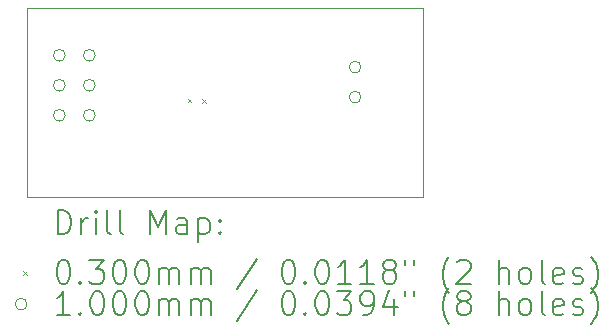
<source format=gbr>
%TF.GenerationSoftware,KiCad,Pcbnew,8.0.1*%
%TF.CreationDate,2024-04-28T15:44:31+08:00*%
%TF.ProjectId,at4pi5,61743470-6935-42e6-9b69-6361645f7063,rev?*%
%TF.SameCoordinates,Original*%
%TF.FileFunction,Drillmap*%
%TF.FilePolarity,Positive*%
%FSLAX45Y45*%
G04 Gerber Fmt 4.5, Leading zero omitted, Abs format (unit mm)*
G04 Created by KiCad (PCBNEW 8.0.1) date 2024-04-28 15:44:31*
%MOMM*%
%LPD*%
G01*
G04 APERTURE LIST*
%ADD10C,0.050000*%
%ADD11C,0.200000*%
%ADD12C,0.100000*%
G04 APERTURE END LIST*
D10*
X14625000Y-9300000D02*
X17975000Y-9300000D01*
X17975000Y-10900000D01*
X14625000Y-10900000D01*
X14625000Y-9300000D01*
D11*
D12*
X15983327Y-10068468D02*
X16013327Y-10098468D01*
X16013327Y-10068468D02*
X15983327Y-10098468D01*
X16106678Y-10071870D02*
X16136678Y-10101870D01*
X16136678Y-10071870D02*
X16106678Y-10101870D01*
X14946000Y-9700000D02*
G75*
G02*
X14846000Y-9700000I-50000J0D01*
G01*
X14846000Y-9700000D02*
G75*
G02*
X14946000Y-9700000I50000J0D01*
G01*
X14946000Y-9954000D02*
G75*
G02*
X14846000Y-9954000I-50000J0D01*
G01*
X14846000Y-9954000D02*
G75*
G02*
X14946000Y-9954000I50000J0D01*
G01*
X14946000Y-10208000D02*
G75*
G02*
X14846000Y-10208000I-50000J0D01*
G01*
X14846000Y-10208000D02*
G75*
G02*
X14946000Y-10208000I50000J0D01*
G01*
X15200000Y-9700000D02*
G75*
G02*
X15100000Y-9700000I-50000J0D01*
G01*
X15100000Y-9700000D02*
G75*
G02*
X15200000Y-9700000I50000J0D01*
G01*
X15200000Y-9954000D02*
G75*
G02*
X15100000Y-9954000I-50000J0D01*
G01*
X15100000Y-9954000D02*
G75*
G02*
X15200000Y-9954000I50000J0D01*
G01*
X15200000Y-10208000D02*
G75*
G02*
X15100000Y-10208000I-50000J0D01*
G01*
X15100000Y-10208000D02*
G75*
G02*
X15200000Y-10208000I50000J0D01*
G01*
X17450000Y-9800000D02*
G75*
G02*
X17350000Y-9800000I-50000J0D01*
G01*
X17350000Y-9800000D02*
G75*
G02*
X17450000Y-9800000I50000J0D01*
G01*
X17450000Y-10054000D02*
G75*
G02*
X17350000Y-10054000I-50000J0D01*
G01*
X17350000Y-10054000D02*
G75*
G02*
X17450000Y-10054000I50000J0D01*
G01*
D11*
X14883277Y-11213984D02*
X14883277Y-11013984D01*
X14883277Y-11013984D02*
X14930896Y-11013984D01*
X14930896Y-11013984D02*
X14959467Y-11023508D01*
X14959467Y-11023508D02*
X14978515Y-11042555D01*
X14978515Y-11042555D02*
X14988039Y-11061603D01*
X14988039Y-11061603D02*
X14997562Y-11099698D01*
X14997562Y-11099698D02*
X14997562Y-11128270D01*
X14997562Y-11128270D02*
X14988039Y-11166365D01*
X14988039Y-11166365D02*
X14978515Y-11185412D01*
X14978515Y-11185412D02*
X14959467Y-11204460D01*
X14959467Y-11204460D02*
X14930896Y-11213984D01*
X14930896Y-11213984D02*
X14883277Y-11213984D01*
X15083277Y-11213984D02*
X15083277Y-11080650D01*
X15083277Y-11118746D02*
X15092801Y-11099698D01*
X15092801Y-11099698D02*
X15102324Y-11090174D01*
X15102324Y-11090174D02*
X15121372Y-11080650D01*
X15121372Y-11080650D02*
X15140420Y-11080650D01*
X15207086Y-11213984D02*
X15207086Y-11080650D01*
X15207086Y-11013984D02*
X15197562Y-11023508D01*
X15197562Y-11023508D02*
X15207086Y-11033031D01*
X15207086Y-11033031D02*
X15216610Y-11023508D01*
X15216610Y-11023508D02*
X15207086Y-11013984D01*
X15207086Y-11013984D02*
X15207086Y-11033031D01*
X15330896Y-11213984D02*
X15311848Y-11204460D01*
X15311848Y-11204460D02*
X15302324Y-11185412D01*
X15302324Y-11185412D02*
X15302324Y-11013984D01*
X15435658Y-11213984D02*
X15416610Y-11204460D01*
X15416610Y-11204460D02*
X15407086Y-11185412D01*
X15407086Y-11185412D02*
X15407086Y-11013984D01*
X15664229Y-11213984D02*
X15664229Y-11013984D01*
X15664229Y-11013984D02*
X15730896Y-11156841D01*
X15730896Y-11156841D02*
X15797562Y-11013984D01*
X15797562Y-11013984D02*
X15797562Y-11213984D01*
X15978515Y-11213984D02*
X15978515Y-11109222D01*
X15978515Y-11109222D02*
X15968991Y-11090174D01*
X15968991Y-11090174D02*
X15949943Y-11080650D01*
X15949943Y-11080650D02*
X15911848Y-11080650D01*
X15911848Y-11080650D02*
X15892801Y-11090174D01*
X15978515Y-11204460D02*
X15959467Y-11213984D01*
X15959467Y-11213984D02*
X15911848Y-11213984D01*
X15911848Y-11213984D02*
X15892801Y-11204460D01*
X15892801Y-11204460D02*
X15883277Y-11185412D01*
X15883277Y-11185412D02*
X15883277Y-11166365D01*
X15883277Y-11166365D02*
X15892801Y-11147317D01*
X15892801Y-11147317D02*
X15911848Y-11137793D01*
X15911848Y-11137793D02*
X15959467Y-11137793D01*
X15959467Y-11137793D02*
X15978515Y-11128270D01*
X16073753Y-11080650D02*
X16073753Y-11280650D01*
X16073753Y-11090174D02*
X16092801Y-11080650D01*
X16092801Y-11080650D02*
X16130896Y-11080650D01*
X16130896Y-11080650D02*
X16149943Y-11090174D01*
X16149943Y-11090174D02*
X16159467Y-11099698D01*
X16159467Y-11099698D02*
X16168991Y-11118746D01*
X16168991Y-11118746D02*
X16168991Y-11175889D01*
X16168991Y-11175889D02*
X16159467Y-11194936D01*
X16159467Y-11194936D02*
X16149943Y-11204460D01*
X16149943Y-11204460D02*
X16130896Y-11213984D01*
X16130896Y-11213984D02*
X16092801Y-11213984D01*
X16092801Y-11213984D02*
X16073753Y-11204460D01*
X16254705Y-11194936D02*
X16264229Y-11204460D01*
X16264229Y-11204460D02*
X16254705Y-11213984D01*
X16254705Y-11213984D02*
X16245182Y-11204460D01*
X16245182Y-11204460D02*
X16254705Y-11194936D01*
X16254705Y-11194936D02*
X16254705Y-11213984D01*
X16254705Y-11090174D02*
X16264229Y-11099698D01*
X16264229Y-11099698D02*
X16254705Y-11109222D01*
X16254705Y-11109222D02*
X16245182Y-11099698D01*
X16245182Y-11099698D02*
X16254705Y-11090174D01*
X16254705Y-11090174D02*
X16254705Y-11109222D01*
D12*
X14592500Y-11527500D02*
X14622500Y-11557500D01*
X14622500Y-11527500D02*
X14592500Y-11557500D01*
D11*
X14921372Y-11433984D02*
X14940420Y-11433984D01*
X14940420Y-11433984D02*
X14959467Y-11443508D01*
X14959467Y-11443508D02*
X14968991Y-11453031D01*
X14968991Y-11453031D02*
X14978515Y-11472079D01*
X14978515Y-11472079D02*
X14988039Y-11510174D01*
X14988039Y-11510174D02*
X14988039Y-11557793D01*
X14988039Y-11557793D02*
X14978515Y-11595888D01*
X14978515Y-11595888D02*
X14968991Y-11614936D01*
X14968991Y-11614936D02*
X14959467Y-11624460D01*
X14959467Y-11624460D02*
X14940420Y-11633984D01*
X14940420Y-11633984D02*
X14921372Y-11633984D01*
X14921372Y-11633984D02*
X14902324Y-11624460D01*
X14902324Y-11624460D02*
X14892801Y-11614936D01*
X14892801Y-11614936D02*
X14883277Y-11595888D01*
X14883277Y-11595888D02*
X14873753Y-11557793D01*
X14873753Y-11557793D02*
X14873753Y-11510174D01*
X14873753Y-11510174D02*
X14883277Y-11472079D01*
X14883277Y-11472079D02*
X14892801Y-11453031D01*
X14892801Y-11453031D02*
X14902324Y-11443508D01*
X14902324Y-11443508D02*
X14921372Y-11433984D01*
X15073753Y-11614936D02*
X15083277Y-11624460D01*
X15083277Y-11624460D02*
X15073753Y-11633984D01*
X15073753Y-11633984D02*
X15064229Y-11624460D01*
X15064229Y-11624460D02*
X15073753Y-11614936D01*
X15073753Y-11614936D02*
X15073753Y-11633984D01*
X15149943Y-11433984D02*
X15273753Y-11433984D01*
X15273753Y-11433984D02*
X15207086Y-11510174D01*
X15207086Y-11510174D02*
X15235658Y-11510174D01*
X15235658Y-11510174D02*
X15254705Y-11519698D01*
X15254705Y-11519698D02*
X15264229Y-11529222D01*
X15264229Y-11529222D02*
X15273753Y-11548269D01*
X15273753Y-11548269D02*
X15273753Y-11595888D01*
X15273753Y-11595888D02*
X15264229Y-11614936D01*
X15264229Y-11614936D02*
X15254705Y-11624460D01*
X15254705Y-11624460D02*
X15235658Y-11633984D01*
X15235658Y-11633984D02*
X15178515Y-11633984D01*
X15178515Y-11633984D02*
X15159467Y-11624460D01*
X15159467Y-11624460D02*
X15149943Y-11614936D01*
X15397562Y-11433984D02*
X15416610Y-11433984D01*
X15416610Y-11433984D02*
X15435658Y-11443508D01*
X15435658Y-11443508D02*
X15445182Y-11453031D01*
X15445182Y-11453031D02*
X15454705Y-11472079D01*
X15454705Y-11472079D02*
X15464229Y-11510174D01*
X15464229Y-11510174D02*
X15464229Y-11557793D01*
X15464229Y-11557793D02*
X15454705Y-11595888D01*
X15454705Y-11595888D02*
X15445182Y-11614936D01*
X15445182Y-11614936D02*
X15435658Y-11624460D01*
X15435658Y-11624460D02*
X15416610Y-11633984D01*
X15416610Y-11633984D02*
X15397562Y-11633984D01*
X15397562Y-11633984D02*
X15378515Y-11624460D01*
X15378515Y-11624460D02*
X15368991Y-11614936D01*
X15368991Y-11614936D02*
X15359467Y-11595888D01*
X15359467Y-11595888D02*
X15349943Y-11557793D01*
X15349943Y-11557793D02*
X15349943Y-11510174D01*
X15349943Y-11510174D02*
X15359467Y-11472079D01*
X15359467Y-11472079D02*
X15368991Y-11453031D01*
X15368991Y-11453031D02*
X15378515Y-11443508D01*
X15378515Y-11443508D02*
X15397562Y-11433984D01*
X15588039Y-11433984D02*
X15607086Y-11433984D01*
X15607086Y-11433984D02*
X15626134Y-11443508D01*
X15626134Y-11443508D02*
X15635658Y-11453031D01*
X15635658Y-11453031D02*
X15645182Y-11472079D01*
X15645182Y-11472079D02*
X15654705Y-11510174D01*
X15654705Y-11510174D02*
X15654705Y-11557793D01*
X15654705Y-11557793D02*
X15645182Y-11595888D01*
X15645182Y-11595888D02*
X15635658Y-11614936D01*
X15635658Y-11614936D02*
X15626134Y-11624460D01*
X15626134Y-11624460D02*
X15607086Y-11633984D01*
X15607086Y-11633984D02*
X15588039Y-11633984D01*
X15588039Y-11633984D02*
X15568991Y-11624460D01*
X15568991Y-11624460D02*
X15559467Y-11614936D01*
X15559467Y-11614936D02*
X15549943Y-11595888D01*
X15549943Y-11595888D02*
X15540420Y-11557793D01*
X15540420Y-11557793D02*
X15540420Y-11510174D01*
X15540420Y-11510174D02*
X15549943Y-11472079D01*
X15549943Y-11472079D02*
X15559467Y-11453031D01*
X15559467Y-11453031D02*
X15568991Y-11443508D01*
X15568991Y-11443508D02*
X15588039Y-11433984D01*
X15740420Y-11633984D02*
X15740420Y-11500650D01*
X15740420Y-11519698D02*
X15749943Y-11510174D01*
X15749943Y-11510174D02*
X15768991Y-11500650D01*
X15768991Y-11500650D02*
X15797563Y-11500650D01*
X15797563Y-11500650D02*
X15816610Y-11510174D01*
X15816610Y-11510174D02*
X15826134Y-11529222D01*
X15826134Y-11529222D02*
X15826134Y-11633984D01*
X15826134Y-11529222D02*
X15835658Y-11510174D01*
X15835658Y-11510174D02*
X15854705Y-11500650D01*
X15854705Y-11500650D02*
X15883277Y-11500650D01*
X15883277Y-11500650D02*
X15902324Y-11510174D01*
X15902324Y-11510174D02*
X15911848Y-11529222D01*
X15911848Y-11529222D02*
X15911848Y-11633984D01*
X16007086Y-11633984D02*
X16007086Y-11500650D01*
X16007086Y-11519698D02*
X16016610Y-11510174D01*
X16016610Y-11510174D02*
X16035658Y-11500650D01*
X16035658Y-11500650D02*
X16064229Y-11500650D01*
X16064229Y-11500650D02*
X16083277Y-11510174D01*
X16083277Y-11510174D02*
X16092801Y-11529222D01*
X16092801Y-11529222D02*
X16092801Y-11633984D01*
X16092801Y-11529222D02*
X16102324Y-11510174D01*
X16102324Y-11510174D02*
X16121372Y-11500650D01*
X16121372Y-11500650D02*
X16149943Y-11500650D01*
X16149943Y-11500650D02*
X16168991Y-11510174D01*
X16168991Y-11510174D02*
X16178515Y-11529222D01*
X16178515Y-11529222D02*
X16178515Y-11633984D01*
X16568991Y-11424460D02*
X16397563Y-11681603D01*
X16826134Y-11433984D02*
X16845182Y-11433984D01*
X16845182Y-11433984D02*
X16864229Y-11443508D01*
X16864229Y-11443508D02*
X16873753Y-11453031D01*
X16873753Y-11453031D02*
X16883277Y-11472079D01*
X16883277Y-11472079D02*
X16892801Y-11510174D01*
X16892801Y-11510174D02*
X16892801Y-11557793D01*
X16892801Y-11557793D02*
X16883277Y-11595888D01*
X16883277Y-11595888D02*
X16873753Y-11614936D01*
X16873753Y-11614936D02*
X16864229Y-11624460D01*
X16864229Y-11624460D02*
X16845182Y-11633984D01*
X16845182Y-11633984D02*
X16826134Y-11633984D01*
X16826134Y-11633984D02*
X16807087Y-11624460D01*
X16807087Y-11624460D02*
X16797563Y-11614936D01*
X16797563Y-11614936D02*
X16788039Y-11595888D01*
X16788039Y-11595888D02*
X16778515Y-11557793D01*
X16778515Y-11557793D02*
X16778515Y-11510174D01*
X16778515Y-11510174D02*
X16788039Y-11472079D01*
X16788039Y-11472079D02*
X16797563Y-11453031D01*
X16797563Y-11453031D02*
X16807087Y-11443508D01*
X16807087Y-11443508D02*
X16826134Y-11433984D01*
X16978515Y-11614936D02*
X16988039Y-11624460D01*
X16988039Y-11624460D02*
X16978515Y-11633984D01*
X16978515Y-11633984D02*
X16968991Y-11624460D01*
X16968991Y-11624460D02*
X16978515Y-11614936D01*
X16978515Y-11614936D02*
X16978515Y-11633984D01*
X17111848Y-11433984D02*
X17130896Y-11433984D01*
X17130896Y-11433984D02*
X17149944Y-11443508D01*
X17149944Y-11443508D02*
X17159468Y-11453031D01*
X17159468Y-11453031D02*
X17168991Y-11472079D01*
X17168991Y-11472079D02*
X17178515Y-11510174D01*
X17178515Y-11510174D02*
X17178515Y-11557793D01*
X17178515Y-11557793D02*
X17168991Y-11595888D01*
X17168991Y-11595888D02*
X17159468Y-11614936D01*
X17159468Y-11614936D02*
X17149944Y-11624460D01*
X17149944Y-11624460D02*
X17130896Y-11633984D01*
X17130896Y-11633984D02*
X17111848Y-11633984D01*
X17111848Y-11633984D02*
X17092801Y-11624460D01*
X17092801Y-11624460D02*
X17083277Y-11614936D01*
X17083277Y-11614936D02*
X17073753Y-11595888D01*
X17073753Y-11595888D02*
X17064229Y-11557793D01*
X17064229Y-11557793D02*
X17064229Y-11510174D01*
X17064229Y-11510174D02*
X17073753Y-11472079D01*
X17073753Y-11472079D02*
X17083277Y-11453031D01*
X17083277Y-11453031D02*
X17092801Y-11443508D01*
X17092801Y-11443508D02*
X17111848Y-11433984D01*
X17368991Y-11633984D02*
X17254706Y-11633984D01*
X17311848Y-11633984D02*
X17311848Y-11433984D01*
X17311848Y-11433984D02*
X17292801Y-11462555D01*
X17292801Y-11462555D02*
X17273753Y-11481603D01*
X17273753Y-11481603D02*
X17254706Y-11491127D01*
X17559468Y-11633984D02*
X17445182Y-11633984D01*
X17502325Y-11633984D02*
X17502325Y-11433984D01*
X17502325Y-11433984D02*
X17483277Y-11462555D01*
X17483277Y-11462555D02*
X17464229Y-11481603D01*
X17464229Y-11481603D02*
X17445182Y-11491127D01*
X17673753Y-11519698D02*
X17654706Y-11510174D01*
X17654706Y-11510174D02*
X17645182Y-11500650D01*
X17645182Y-11500650D02*
X17635658Y-11481603D01*
X17635658Y-11481603D02*
X17635658Y-11472079D01*
X17635658Y-11472079D02*
X17645182Y-11453031D01*
X17645182Y-11453031D02*
X17654706Y-11443508D01*
X17654706Y-11443508D02*
X17673753Y-11433984D01*
X17673753Y-11433984D02*
X17711849Y-11433984D01*
X17711849Y-11433984D02*
X17730896Y-11443508D01*
X17730896Y-11443508D02*
X17740420Y-11453031D01*
X17740420Y-11453031D02*
X17749944Y-11472079D01*
X17749944Y-11472079D02*
X17749944Y-11481603D01*
X17749944Y-11481603D02*
X17740420Y-11500650D01*
X17740420Y-11500650D02*
X17730896Y-11510174D01*
X17730896Y-11510174D02*
X17711849Y-11519698D01*
X17711849Y-11519698D02*
X17673753Y-11519698D01*
X17673753Y-11519698D02*
X17654706Y-11529222D01*
X17654706Y-11529222D02*
X17645182Y-11538746D01*
X17645182Y-11538746D02*
X17635658Y-11557793D01*
X17635658Y-11557793D02*
X17635658Y-11595888D01*
X17635658Y-11595888D02*
X17645182Y-11614936D01*
X17645182Y-11614936D02*
X17654706Y-11624460D01*
X17654706Y-11624460D02*
X17673753Y-11633984D01*
X17673753Y-11633984D02*
X17711849Y-11633984D01*
X17711849Y-11633984D02*
X17730896Y-11624460D01*
X17730896Y-11624460D02*
X17740420Y-11614936D01*
X17740420Y-11614936D02*
X17749944Y-11595888D01*
X17749944Y-11595888D02*
X17749944Y-11557793D01*
X17749944Y-11557793D02*
X17740420Y-11538746D01*
X17740420Y-11538746D02*
X17730896Y-11529222D01*
X17730896Y-11529222D02*
X17711849Y-11519698D01*
X17826134Y-11433984D02*
X17826134Y-11472079D01*
X17902325Y-11433984D02*
X17902325Y-11472079D01*
X18197563Y-11710174D02*
X18188039Y-11700650D01*
X18188039Y-11700650D02*
X18168991Y-11672079D01*
X18168991Y-11672079D02*
X18159468Y-11653031D01*
X18159468Y-11653031D02*
X18149944Y-11624460D01*
X18149944Y-11624460D02*
X18140420Y-11576841D01*
X18140420Y-11576841D02*
X18140420Y-11538746D01*
X18140420Y-11538746D02*
X18149944Y-11491127D01*
X18149944Y-11491127D02*
X18159468Y-11462555D01*
X18159468Y-11462555D02*
X18168991Y-11443508D01*
X18168991Y-11443508D02*
X18188039Y-11414936D01*
X18188039Y-11414936D02*
X18197563Y-11405412D01*
X18264230Y-11453031D02*
X18273753Y-11443508D01*
X18273753Y-11443508D02*
X18292801Y-11433984D01*
X18292801Y-11433984D02*
X18340420Y-11433984D01*
X18340420Y-11433984D02*
X18359468Y-11443508D01*
X18359468Y-11443508D02*
X18368991Y-11453031D01*
X18368991Y-11453031D02*
X18378515Y-11472079D01*
X18378515Y-11472079D02*
X18378515Y-11491127D01*
X18378515Y-11491127D02*
X18368991Y-11519698D01*
X18368991Y-11519698D02*
X18254706Y-11633984D01*
X18254706Y-11633984D02*
X18378515Y-11633984D01*
X18616611Y-11633984D02*
X18616611Y-11433984D01*
X18702325Y-11633984D02*
X18702325Y-11529222D01*
X18702325Y-11529222D02*
X18692801Y-11510174D01*
X18692801Y-11510174D02*
X18673753Y-11500650D01*
X18673753Y-11500650D02*
X18645182Y-11500650D01*
X18645182Y-11500650D02*
X18626134Y-11510174D01*
X18626134Y-11510174D02*
X18616611Y-11519698D01*
X18826134Y-11633984D02*
X18807087Y-11624460D01*
X18807087Y-11624460D02*
X18797563Y-11614936D01*
X18797563Y-11614936D02*
X18788039Y-11595888D01*
X18788039Y-11595888D02*
X18788039Y-11538746D01*
X18788039Y-11538746D02*
X18797563Y-11519698D01*
X18797563Y-11519698D02*
X18807087Y-11510174D01*
X18807087Y-11510174D02*
X18826134Y-11500650D01*
X18826134Y-11500650D02*
X18854706Y-11500650D01*
X18854706Y-11500650D02*
X18873753Y-11510174D01*
X18873753Y-11510174D02*
X18883277Y-11519698D01*
X18883277Y-11519698D02*
X18892801Y-11538746D01*
X18892801Y-11538746D02*
X18892801Y-11595888D01*
X18892801Y-11595888D02*
X18883277Y-11614936D01*
X18883277Y-11614936D02*
X18873753Y-11624460D01*
X18873753Y-11624460D02*
X18854706Y-11633984D01*
X18854706Y-11633984D02*
X18826134Y-11633984D01*
X19007087Y-11633984D02*
X18988039Y-11624460D01*
X18988039Y-11624460D02*
X18978515Y-11605412D01*
X18978515Y-11605412D02*
X18978515Y-11433984D01*
X19159468Y-11624460D02*
X19140420Y-11633984D01*
X19140420Y-11633984D02*
X19102325Y-11633984D01*
X19102325Y-11633984D02*
X19083277Y-11624460D01*
X19083277Y-11624460D02*
X19073753Y-11605412D01*
X19073753Y-11605412D02*
X19073753Y-11529222D01*
X19073753Y-11529222D02*
X19083277Y-11510174D01*
X19083277Y-11510174D02*
X19102325Y-11500650D01*
X19102325Y-11500650D02*
X19140420Y-11500650D01*
X19140420Y-11500650D02*
X19159468Y-11510174D01*
X19159468Y-11510174D02*
X19168992Y-11529222D01*
X19168992Y-11529222D02*
X19168992Y-11548269D01*
X19168992Y-11548269D02*
X19073753Y-11567317D01*
X19245182Y-11624460D02*
X19264230Y-11633984D01*
X19264230Y-11633984D02*
X19302325Y-11633984D01*
X19302325Y-11633984D02*
X19321373Y-11624460D01*
X19321373Y-11624460D02*
X19330896Y-11605412D01*
X19330896Y-11605412D02*
X19330896Y-11595888D01*
X19330896Y-11595888D02*
X19321373Y-11576841D01*
X19321373Y-11576841D02*
X19302325Y-11567317D01*
X19302325Y-11567317D02*
X19273753Y-11567317D01*
X19273753Y-11567317D02*
X19254706Y-11557793D01*
X19254706Y-11557793D02*
X19245182Y-11538746D01*
X19245182Y-11538746D02*
X19245182Y-11529222D01*
X19245182Y-11529222D02*
X19254706Y-11510174D01*
X19254706Y-11510174D02*
X19273753Y-11500650D01*
X19273753Y-11500650D02*
X19302325Y-11500650D01*
X19302325Y-11500650D02*
X19321373Y-11510174D01*
X19397563Y-11710174D02*
X19407087Y-11700650D01*
X19407087Y-11700650D02*
X19426134Y-11672079D01*
X19426134Y-11672079D02*
X19435658Y-11653031D01*
X19435658Y-11653031D02*
X19445182Y-11624460D01*
X19445182Y-11624460D02*
X19454706Y-11576841D01*
X19454706Y-11576841D02*
X19454706Y-11538746D01*
X19454706Y-11538746D02*
X19445182Y-11491127D01*
X19445182Y-11491127D02*
X19435658Y-11462555D01*
X19435658Y-11462555D02*
X19426134Y-11443508D01*
X19426134Y-11443508D02*
X19407087Y-11414936D01*
X19407087Y-11414936D02*
X19397563Y-11405412D01*
D12*
X14622500Y-11806500D02*
G75*
G02*
X14522500Y-11806500I-50000J0D01*
G01*
X14522500Y-11806500D02*
G75*
G02*
X14622500Y-11806500I50000J0D01*
G01*
D11*
X14988039Y-11897984D02*
X14873753Y-11897984D01*
X14930896Y-11897984D02*
X14930896Y-11697984D01*
X14930896Y-11697984D02*
X14911848Y-11726555D01*
X14911848Y-11726555D02*
X14892801Y-11745603D01*
X14892801Y-11745603D02*
X14873753Y-11755127D01*
X15073753Y-11878936D02*
X15083277Y-11888460D01*
X15083277Y-11888460D02*
X15073753Y-11897984D01*
X15073753Y-11897984D02*
X15064229Y-11888460D01*
X15064229Y-11888460D02*
X15073753Y-11878936D01*
X15073753Y-11878936D02*
X15073753Y-11897984D01*
X15207086Y-11697984D02*
X15226134Y-11697984D01*
X15226134Y-11697984D02*
X15245182Y-11707508D01*
X15245182Y-11707508D02*
X15254705Y-11717031D01*
X15254705Y-11717031D02*
X15264229Y-11736079D01*
X15264229Y-11736079D02*
X15273753Y-11774174D01*
X15273753Y-11774174D02*
X15273753Y-11821793D01*
X15273753Y-11821793D02*
X15264229Y-11859888D01*
X15264229Y-11859888D02*
X15254705Y-11878936D01*
X15254705Y-11878936D02*
X15245182Y-11888460D01*
X15245182Y-11888460D02*
X15226134Y-11897984D01*
X15226134Y-11897984D02*
X15207086Y-11897984D01*
X15207086Y-11897984D02*
X15188039Y-11888460D01*
X15188039Y-11888460D02*
X15178515Y-11878936D01*
X15178515Y-11878936D02*
X15168991Y-11859888D01*
X15168991Y-11859888D02*
X15159467Y-11821793D01*
X15159467Y-11821793D02*
X15159467Y-11774174D01*
X15159467Y-11774174D02*
X15168991Y-11736079D01*
X15168991Y-11736079D02*
X15178515Y-11717031D01*
X15178515Y-11717031D02*
X15188039Y-11707508D01*
X15188039Y-11707508D02*
X15207086Y-11697984D01*
X15397562Y-11697984D02*
X15416610Y-11697984D01*
X15416610Y-11697984D02*
X15435658Y-11707508D01*
X15435658Y-11707508D02*
X15445182Y-11717031D01*
X15445182Y-11717031D02*
X15454705Y-11736079D01*
X15454705Y-11736079D02*
X15464229Y-11774174D01*
X15464229Y-11774174D02*
X15464229Y-11821793D01*
X15464229Y-11821793D02*
X15454705Y-11859888D01*
X15454705Y-11859888D02*
X15445182Y-11878936D01*
X15445182Y-11878936D02*
X15435658Y-11888460D01*
X15435658Y-11888460D02*
X15416610Y-11897984D01*
X15416610Y-11897984D02*
X15397562Y-11897984D01*
X15397562Y-11897984D02*
X15378515Y-11888460D01*
X15378515Y-11888460D02*
X15368991Y-11878936D01*
X15368991Y-11878936D02*
X15359467Y-11859888D01*
X15359467Y-11859888D02*
X15349943Y-11821793D01*
X15349943Y-11821793D02*
X15349943Y-11774174D01*
X15349943Y-11774174D02*
X15359467Y-11736079D01*
X15359467Y-11736079D02*
X15368991Y-11717031D01*
X15368991Y-11717031D02*
X15378515Y-11707508D01*
X15378515Y-11707508D02*
X15397562Y-11697984D01*
X15588039Y-11697984D02*
X15607086Y-11697984D01*
X15607086Y-11697984D02*
X15626134Y-11707508D01*
X15626134Y-11707508D02*
X15635658Y-11717031D01*
X15635658Y-11717031D02*
X15645182Y-11736079D01*
X15645182Y-11736079D02*
X15654705Y-11774174D01*
X15654705Y-11774174D02*
X15654705Y-11821793D01*
X15654705Y-11821793D02*
X15645182Y-11859888D01*
X15645182Y-11859888D02*
X15635658Y-11878936D01*
X15635658Y-11878936D02*
X15626134Y-11888460D01*
X15626134Y-11888460D02*
X15607086Y-11897984D01*
X15607086Y-11897984D02*
X15588039Y-11897984D01*
X15588039Y-11897984D02*
X15568991Y-11888460D01*
X15568991Y-11888460D02*
X15559467Y-11878936D01*
X15559467Y-11878936D02*
X15549943Y-11859888D01*
X15549943Y-11859888D02*
X15540420Y-11821793D01*
X15540420Y-11821793D02*
X15540420Y-11774174D01*
X15540420Y-11774174D02*
X15549943Y-11736079D01*
X15549943Y-11736079D02*
X15559467Y-11717031D01*
X15559467Y-11717031D02*
X15568991Y-11707508D01*
X15568991Y-11707508D02*
X15588039Y-11697984D01*
X15740420Y-11897984D02*
X15740420Y-11764650D01*
X15740420Y-11783698D02*
X15749943Y-11774174D01*
X15749943Y-11774174D02*
X15768991Y-11764650D01*
X15768991Y-11764650D02*
X15797563Y-11764650D01*
X15797563Y-11764650D02*
X15816610Y-11774174D01*
X15816610Y-11774174D02*
X15826134Y-11793222D01*
X15826134Y-11793222D02*
X15826134Y-11897984D01*
X15826134Y-11793222D02*
X15835658Y-11774174D01*
X15835658Y-11774174D02*
X15854705Y-11764650D01*
X15854705Y-11764650D02*
X15883277Y-11764650D01*
X15883277Y-11764650D02*
X15902324Y-11774174D01*
X15902324Y-11774174D02*
X15911848Y-11793222D01*
X15911848Y-11793222D02*
X15911848Y-11897984D01*
X16007086Y-11897984D02*
X16007086Y-11764650D01*
X16007086Y-11783698D02*
X16016610Y-11774174D01*
X16016610Y-11774174D02*
X16035658Y-11764650D01*
X16035658Y-11764650D02*
X16064229Y-11764650D01*
X16064229Y-11764650D02*
X16083277Y-11774174D01*
X16083277Y-11774174D02*
X16092801Y-11793222D01*
X16092801Y-11793222D02*
X16092801Y-11897984D01*
X16092801Y-11793222D02*
X16102324Y-11774174D01*
X16102324Y-11774174D02*
X16121372Y-11764650D01*
X16121372Y-11764650D02*
X16149943Y-11764650D01*
X16149943Y-11764650D02*
X16168991Y-11774174D01*
X16168991Y-11774174D02*
X16178515Y-11793222D01*
X16178515Y-11793222D02*
X16178515Y-11897984D01*
X16568991Y-11688460D02*
X16397563Y-11945603D01*
X16826134Y-11697984D02*
X16845182Y-11697984D01*
X16845182Y-11697984D02*
X16864229Y-11707508D01*
X16864229Y-11707508D02*
X16873753Y-11717031D01*
X16873753Y-11717031D02*
X16883277Y-11736079D01*
X16883277Y-11736079D02*
X16892801Y-11774174D01*
X16892801Y-11774174D02*
X16892801Y-11821793D01*
X16892801Y-11821793D02*
X16883277Y-11859888D01*
X16883277Y-11859888D02*
X16873753Y-11878936D01*
X16873753Y-11878936D02*
X16864229Y-11888460D01*
X16864229Y-11888460D02*
X16845182Y-11897984D01*
X16845182Y-11897984D02*
X16826134Y-11897984D01*
X16826134Y-11897984D02*
X16807087Y-11888460D01*
X16807087Y-11888460D02*
X16797563Y-11878936D01*
X16797563Y-11878936D02*
X16788039Y-11859888D01*
X16788039Y-11859888D02*
X16778515Y-11821793D01*
X16778515Y-11821793D02*
X16778515Y-11774174D01*
X16778515Y-11774174D02*
X16788039Y-11736079D01*
X16788039Y-11736079D02*
X16797563Y-11717031D01*
X16797563Y-11717031D02*
X16807087Y-11707508D01*
X16807087Y-11707508D02*
X16826134Y-11697984D01*
X16978515Y-11878936D02*
X16988039Y-11888460D01*
X16988039Y-11888460D02*
X16978515Y-11897984D01*
X16978515Y-11897984D02*
X16968991Y-11888460D01*
X16968991Y-11888460D02*
X16978515Y-11878936D01*
X16978515Y-11878936D02*
X16978515Y-11897984D01*
X17111848Y-11697984D02*
X17130896Y-11697984D01*
X17130896Y-11697984D02*
X17149944Y-11707508D01*
X17149944Y-11707508D02*
X17159468Y-11717031D01*
X17159468Y-11717031D02*
X17168991Y-11736079D01*
X17168991Y-11736079D02*
X17178515Y-11774174D01*
X17178515Y-11774174D02*
X17178515Y-11821793D01*
X17178515Y-11821793D02*
X17168991Y-11859888D01*
X17168991Y-11859888D02*
X17159468Y-11878936D01*
X17159468Y-11878936D02*
X17149944Y-11888460D01*
X17149944Y-11888460D02*
X17130896Y-11897984D01*
X17130896Y-11897984D02*
X17111848Y-11897984D01*
X17111848Y-11897984D02*
X17092801Y-11888460D01*
X17092801Y-11888460D02*
X17083277Y-11878936D01*
X17083277Y-11878936D02*
X17073753Y-11859888D01*
X17073753Y-11859888D02*
X17064229Y-11821793D01*
X17064229Y-11821793D02*
X17064229Y-11774174D01*
X17064229Y-11774174D02*
X17073753Y-11736079D01*
X17073753Y-11736079D02*
X17083277Y-11717031D01*
X17083277Y-11717031D02*
X17092801Y-11707508D01*
X17092801Y-11707508D02*
X17111848Y-11697984D01*
X17245182Y-11697984D02*
X17368991Y-11697984D01*
X17368991Y-11697984D02*
X17302325Y-11774174D01*
X17302325Y-11774174D02*
X17330896Y-11774174D01*
X17330896Y-11774174D02*
X17349944Y-11783698D01*
X17349944Y-11783698D02*
X17359468Y-11793222D01*
X17359468Y-11793222D02*
X17368991Y-11812269D01*
X17368991Y-11812269D02*
X17368991Y-11859888D01*
X17368991Y-11859888D02*
X17359468Y-11878936D01*
X17359468Y-11878936D02*
X17349944Y-11888460D01*
X17349944Y-11888460D02*
X17330896Y-11897984D01*
X17330896Y-11897984D02*
X17273753Y-11897984D01*
X17273753Y-11897984D02*
X17254706Y-11888460D01*
X17254706Y-11888460D02*
X17245182Y-11878936D01*
X17464229Y-11897984D02*
X17502325Y-11897984D01*
X17502325Y-11897984D02*
X17521372Y-11888460D01*
X17521372Y-11888460D02*
X17530896Y-11878936D01*
X17530896Y-11878936D02*
X17549944Y-11850365D01*
X17549944Y-11850365D02*
X17559468Y-11812269D01*
X17559468Y-11812269D02*
X17559468Y-11736079D01*
X17559468Y-11736079D02*
X17549944Y-11717031D01*
X17549944Y-11717031D02*
X17540420Y-11707508D01*
X17540420Y-11707508D02*
X17521372Y-11697984D01*
X17521372Y-11697984D02*
X17483277Y-11697984D01*
X17483277Y-11697984D02*
X17464229Y-11707508D01*
X17464229Y-11707508D02*
X17454706Y-11717031D01*
X17454706Y-11717031D02*
X17445182Y-11736079D01*
X17445182Y-11736079D02*
X17445182Y-11783698D01*
X17445182Y-11783698D02*
X17454706Y-11802746D01*
X17454706Y-11802746D02*
X17464229Y-11812269D01*
X17464229Y-11812269D02*
X17483277Y-11821793D01*
X17483277Y-11821793D02*
X17521372Y-11821793D01*
X17521372Y-11821793D02*
X17540420Y-11812269D01*
X17540420Y-11812269D02*
X17549944Y-11802746D01*
X17549944Y-11802746D02*
X17559468Y-11783698D01*
X17730896Y-11764650D02*
X17730896Y-11897984D01*
X17683277Y-11688460D02*
X17635658Y-11831317D01*
X17635658Y-11831317D02*
X17759468Y-11831317D01*
X17826134Y-11697984D02*
X17826134Y-11736079D01*
X17902325Y-11697984D02*
X17902325Y-11736079D01*
X18197563Y-11974174D02*
X18188039Y-11964650D01*
X18188039Y-11964650D02*
X18168991Y-11936079D01*
X18168991Y-11936079D02*
X18159468Y-11917031D01*
X18159468Y-11917031D02*
X18149944Y-11888460D01*
X18149944Y-11888460D02*
X18140420Y-11840841D01*
X18140420Y-11840841D02*
X18140420Y-11802746D01*
X18140420Y-11802746D02*
X18149944Y-11755127D01*
X18149944Y-11755127D02*
X18159468Y-11726555D01*
X18159468Y-11726555D02*
X18168991Y-11707508D01*
X18168991Y-11707508D02*
X18188039Y-11678936D01*
X18188039Y-11678936D02*
X18197563Y-11669412D01*
X18302325Y-11783698D02*
X18283277Y-11774174D01*
X18283277Y-11774174D02*
X18273753Y-11764650D01*
X18273753Y-11764650D02*
X18264230Y-11745603D01*
X18264230Y-11745603D02*
X18264230Y-11736079D01*
X18264230Y-11736079D02*
X18273753Y-11717031D01*
X18273753Y-11717031D02*
X18283277Y-11707508D01*
X18283277Y-11707508D02*
X18302325Y-11697984D01*
X18302325Y-11697984D02*
X18340420Y-11697984D01*
X18340420Y-11697984D02*
X18359468Y-11707508D01*
X18359468Y-11707508D02*
X18368991Y-11717031D01*
X18368991Y-11717031D02*
X18378515Y-11736079D01*
X18378515Y-11736079D02*
X18378515Y-11745603D01*
X18378515Y-11745603D02*
X18368991Y-11764650D01*
X18368991Y-11764650D02*
X18359468Y-11774174D01*
X18359468Y-11774174D02*
X18340420Y-11783698D01*
X18340420Y-11783698D02*
X18302325Y-11783698D01*
X18302325Y-11783698D02*
X18283277Y-11793222D01*
X18283277Y-11793222D02*
X18273753Y-11802746D01*
X18273753Y-11802746D02*
X18264230Y-11821793D01*
X18264230Y-11821793D02*
X18264230Y-11859888D01*
X18264230Y-11859888D02*
X18273753Y-11878936D01*
X18273753Y-11878936D02*
X18283277Y-11888460D01*
X18283277Y-11888460D02*
X18302325Y-11897984D01*
X18302325Y-11897984D02*
X18340420Y-11897984D01*
X18340420Y-11897984D02*
X18359468Y-11888460D01*
X18359468Y-11888460D02*
X18368991Y-11878936D01*
X18368991Y-11878936D02*
X18378515Y-11859888D01*
X18378515Y-11859888D02*
X18378515Y-11821793D01*
X18378515Y-11821793D02*
X18368991Y-11802746D01*
X18368991Y-11802746D02*
X18359468Y-11793222D01*
X18359468Y-11793222D02*
X18340420Y-11783698D01*
X18616611Y-11897984D02*
X18616611Y-11697984D01*
X18702325Y-11897984D02*
X18702325Y-11793222D01*
X18702325Y-11793222D02*
X18692801Y-11774174D01*
X18692801Y-11774174D02*
X18673753Y-11764650D01*
X18673753Y-11764650D02*
X18645182Y-11764650D01*
X18645182Y-11764650D02*
X18626134Y-11774174D01*
X18626134Y-11774174D02*
X18616611Y-11783698D01*
X18826134Y-11897984D02*
X18807087Y-11888460D01*
X18807087Y-11888460D02*
X18797563Y-11878936D01*
X18797563Y-11878936D02*
X18788039Y-11859888D01*
X18788039Y-11859888D02*
X18788039Y-11802746D01*
X18788039Y-11802746D02*
X18797563Y-11783698D01*
X18797563Y-11783698D02*
X18807087Y-11774174D01*
X18807087Y-11774174D02*
X18826134Y-11764650D01*
X18826134Y-11764650D02*
X18854706Y-11764650D01*
X18854706Y-11764650D02*
X18873753Y-11774174D01*
X18873753Y-11774174D02*
X18883277Y-11783698D01*
X18883277Y-11783698D02*
X18892801Y-11802746D01*
X18892801Y-11802746D02*
X18892801Y-11859888D01*
X18892801Y-11859888D02*
X18883277Y-11878936D01*
X18883277Y-11878936D02*
X18873753Y-11888460D01*
X18873753Y-11888460D02*
X18854706Y-11897984D01*
X18854706Y-11897984D02*
X18826134Y-11897984D01*
X19007087Y-11897984D02*
X18988039Y-11888460D01*
X18988039Y-11888460D02*
X18978515Y-11869412D01*
X18978515Y-11869412D02*
X18978515Y-11697984D01*
X19159468Y-11888460D02*
X19140420Y-11897984D01*
X19140420Y-11897984D02*
X19102325Y-11897984D01*
X19102325Y-11897984D02*
X19083277Y-11888460D01*
X19083277Y-11888460D02*
X19073753Y-11869412D01*
X19073753Y-11869412D02*
X19073753Y-11793222D01*
X19073753Y-11793222D02*
X19083277Y-11774174D01*
X19083277Y-11774174D02*
X19102325Y-11764650D01*
X19102325Y-11764650D02*
X19140420Y-11764650D01*
X19140420Y-11764650D02*
X19159468Y-11774174D01*
X19159468Y-11774174D02*
X19168992Y-11793222D01*
X19168992Y-11793222D02*
X19168992Y-11812269D01*
X19168992Y-11812269D02*
X19073753Y-11831317D01*
X19245182Y-11888460D02*
X19264230Y-11897984D01*
X19264230Y-11897984D02*
X19302325Y-11897984D01*
X19302325Y-11897984D02*
X19321373Y-11888460D01*
X19321373Y-11888460D02*
X19330896Y-11869412D01*
X19330896Y-11869412D02*
X19330896Y-11859888D01*
X19330896Y-11859888D02*
X19321373Y-11840841D01*
X19321373Y-11840841D02*
X19302325Y-11831317D01*
X19302325Y-11831317D02*
X19273753Y-11831317D01*
X19273753Y-11831317D02*
X19254706Y-11821793D01*
X19254706Y-11821793D02*
X19245182Y-11802746D01*
X19245182Y-11802746D02*
X19245182Y-11793222D01*
X19245182Y-11793222D02*
X19254706Y-11774174D01*
X19254706Y-11774174D02*
X19273753Y-11764650D01*
X19273753Y-11764650D02*
X19302325Y-11764650D01*
X19302325Y-11764650D02*
X19321373Y-11774174D01*
X19397563Y-11974174D02*
X19407087Y-11964650D01*
X19407087Y-11964650D02*
X19426134Y-11936079D01*
X19426134Y-11936079D02*
X19435658Y-11917031D01*
X19435658Y-11917031D02*
X19445182Y-11888460D01*
X19445182Y-11888460D02*
X19454706Y-11840841D01*
X19454706Y-11840841D02*
X19454706Y-11802746D01*
X19454706Y-11802746D02*
X19445182Y-11755127D01*
X19445182Y-11755127D02*
X19435658Y-11726555D01*
X19435658Y-11726555D02*
X19426134Y-11707508D01*
X19426134Y-11707508D02*
X19407087Y-11678936D01*
X19407087Y-11678936D02*
X19397563Y-11669412D01*
M02*

</source>
